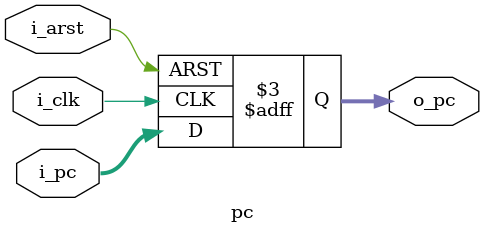
<source format=v>
module pc
(
  input i_clk,
  input i_arst,
  input [31:0] i_pc,
  output reg [31:0] o_pc
);


  always @(posedge i_clk, negedge i_arst)
    begin
	   if(~i_arst)
		  o_pc <= 0;
		else
		  o_pc <= i_pc;
	 end

endmodule 
</source>
